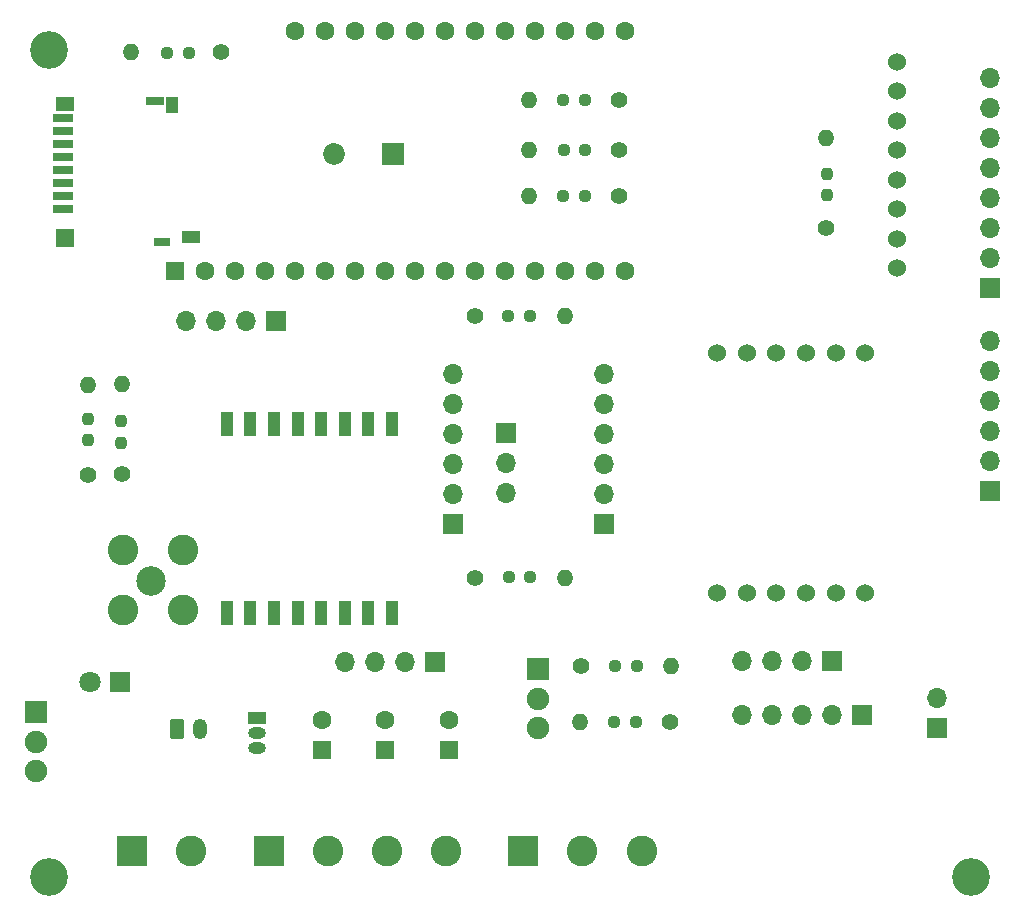
<source format=gbr>
%TF.GenerationSoftware,KiCad,Pcbnew,6.0.11-2627ca5db0~126~ubuntu22.04.1*%
%TF.CreationDate,2023-07-24T22:42:18-04:00*%
%TF.ProjectId,sweet-p,73776565-742d-4702-9e6b-696361645f70,rev?*%
%TF.SameCoordinates,Original*%
%TF.FileFunction,Soldermask,Top*%
%TF.FilePolarity,Negative*%
%FSLAX46Y46*%
G04 Gerber Fmt 4.6, Leading zero omitted, Abs format (unit mm)*
G04 Created by KiCad (PCBNEW 6.0.11-2627ca5db0~126~ubuntu22.04.1) date 2023-07-24 22:42:18*
%MOMM*%
%LPD*%
G01*
G04 APERTURE LIST*
G04 Aperture macros list*
%AMRoundRect*
0 Rectangle with rounded corners*
0 $1 Rounding radius*
0 $2 $3 $4 $5 $6 $7 $8 $9 X,Y pos of 4 corners*
0 Add a 4 corners polygon primitive as box body*
4,1,4,$2,$3,$4,$5,$6,$7,$8,$9,$2,$3,0*
0 Add four circle primitives for the rounded corners*
1,1,$1+$1,$2,$3*
1,1,$1+$1,$4,$5*
1,1,$1+$1,$6,$7*
1,1,$1+$1,$8,$9*
0 Add four rect primitives between the rounded corners*
20,1,$1+$1,$2,$3,$4,$5,0*
20,1,$1+$1,$4,$5,$6,$7,0*
20,1,$1+$1,$6,$7,$8,$9,0*
20,1,$1+$1,$8,$9,$2,$3,0*%
G04 Aperture macros list end*
%ADD10R,1.700000X1.700000*%
%ADD11O,1.700000X1.700000*%
%ADD12R,2.600000X2.600000*%
%ADD13C,2.600000*%
%ADD14RoundRect,0.250000X-0.350000X-0.625000X0.350000X-0.625000X0.350000X0.625000X-0.350000X0.625000X0*%
%ADD15O,1.200000X1.750000*%
%ADD16R,1.750000X0.700000*%
%ADD17R,1.500000X1.300000*%
%ADD18R,1.500000X0.800000*%
%ADD19R,1.400000X0.800000*%
%ADD20R,1.500000X1.500000*%
%ADD21R,1.550000X1.000000*%
%ADD22R,1.000000X1.450000*%
%ADD23C,3.200000*%
%ADD24R,1.900000X1.900000*%
%ADD25C,1.900000*%
%ADD26C,1.400000*%
%ADD27O,1.400000X1.400000*%
%ADD28C,1.800000*%
%ADD29R,1.800000X1.800000*%
%ADD30C,1.524000*%
%ADD31RoundRect,0.237500X-0.250000X-0.237500X0.250000X-0.237500X0.250000X0.237500X-0.250000X0.237500X0*%
%ADD32O,1.500000X1.000000*%
%ADD33R,1.500000X1.000000*%
%ADD34RoundRect,0.237500X0.237500X-0.250000X0.237500X0.250000X-0.237500X0.250000X-0.237500X-0.250000X0*%
%ADD35C,2.500000*%
%ADD36R,1.600000X1.600000*%
%ADD37C,1.600000*%
%ADD38R,1.000000X2.000000*%
%ADD39R,1.850000X1.850000*%
%ADD40C,1.850000*%
%ADD41RoundRect,0.237500X0.250000X0.237500X-0.250000X0.237500X-0.250000X-0.237500X0.250000X-0.237500X0*%
G04 APERTURE END LIST*
D10*
%TO.C,J3*%
X95350000Y-76200000D03*
D11*
X92810000Y-76200000D03*
X90270000Y-76200000D03*
X87730000Y-76200000D03*
%TD*%
D12*
%TO.C,J5*%
X69225000Y-92225000D03*
D13*
X74225000Y-92225000D03*
X79225000Y-92225000D03*
%TD*%
D11*
%TO.C,J4*%
X54105000Y-76225000D03*
X56645000Y-76225000D03*
X59185000Y-76225000D03*
D10*
X61725000Y-76225000D03*
%TD*%
D14*
%TO.C,J1*%
X39875000Y-81900000D03*
D15*
X41875000Y-81900000D03*
%TD*%
D12*
%TO.C,J2*%
X36075000Y-92225000D03*
D13*
X41075000Y-92225000D03*
%TD*%
D10*
%TO.C,J6*%
X108725000Y-44550000D03*
D11*
X108725000Y-42010000D03*
X108725000Y-39470000D03*
X108725000Y-36930000D03*
X108725000Y-34390000D03*
X108725000Y-31850000D03*
X108725000Y-29310000D03*
X108725000Y-26770000D03*
%TD*%
D10*
%TO.C,J7*%
X67737500Y-56900000D03*
D11*
X67737500Y-59440000D03*
X67737500Y-61980000D03*
%TD*%
D10*
%TO.C,J8*%
X108725000Y-61750000D03*
D11*
X108725000Y-59210000D03*
X108725000Y-56670000D03*
X108725000Y-54130000D03*
X108725000Y-51590000D03*
X108725000Y-49050000D03*
%TD*%
D12*
%TO.C,J9*%
X47650000Y-92225000D03*
D13*
X52650000Y-92225000D03*
X57650000Y-92225000D03*
X62650000Y-92225000D03*
%TD*%
D16*
%TO.C,J10*%
X30275000Y-37900000D03*
X30275000Y-36800000D03*
X30275000Y-35700000D03*
X30275000Y-34600000D03*
X30275000Y-33500000D03*
X30275000Y-32400000D03*
X30275000Y-31300000D03*
X30275000Y-30200000D03*
D17*
X30400000Y-29000000D03*
D18*
X38000000Y-28750000D03*
D19*
X38650000Y-40700000D03*
D20*
X30400000Y-40350000D03*
D21*
X41075000Y-40300000D03*
D22*
X39500000Y-29075000D03*
%TD*%
D10*
%TO.C,JP3*%
X104225000Y-81850000D03*
D11*
X104225000Y-79310000D03*
%TD*%
D23*
%TO.C,H2*%
X29100000Y-94475000D03*
%TD*%
D24*
%TO.C,S2*%
X27925000Y-80500000D03*
D25*
X27925000Y-83000000D03*
X27925000Y-85500000D03*
%TD*%
D26*
%TO.C,R15*%
X65150000Y-46950000D03*
D27*
X72770000Y-46950000D03*
%TD*%
D11*
%TO.C,U1*%
X87740000Y-80700000D03*
X90280000Y-80700000D03*
X92820000Y-80700000D03*
X95360000Y-80700000D03*
D10*
X97900000Y-80700000D03*
%TD*%
D27*
%TO.C,R19*%
X32375000Y-52780000D03*
D26*
X32375000Y-60400000D03*
%TD*%
D28*
%TO.C,D1*%
X32560000Y-77950000D03*
D29*
X35100000Y-77950000D03*
%TD*%
D30*
%TO.C,U6*%
X85650000Y-50112500D03*
X88150000Y-50112500D03*
X90650000Y-50112500D03*
X93150000Y-50112500D03*
X95650000Y-50112500D03*
X98150000Y-50112500D03*
X98150000Y-70432500D03*
X95650000Y-70432500D03*
X93150000Y-70432500D03*
X90650000Y-70432500D03*
X88150000Y-70432500D03*
X85650000Y-70432500D03*
%TD*%
D26*
%TO.C,R4*%
X81605000Y-81300000D03*
D27*
X73985000Y-81300000D03*
%TD*%
D31*
%TO.C,R16*%
X67937500Y-47000000D03*
X69762500Y-47000000D03*
%TD*%
D32*
%TO.C,U2*%
X46675000Y-83515000D03*
X46675000Y-82245000D03*
D33*
X46675000Y-80975000D03*
%TD*%
D26*
%TO.C,R2*%
X74100000Y-76625000D03*
D27*
X81720000Y-76625000D03*
%TD*%
%TO.C,R17*%
X35225000Y-52745000D03*
D26*
X35225000Y-60365000D03*
%TD*%
D34*
%TO.C,R21*%
X94925000Y-36747500D03*
X94925000Y-34922500D03*
%TD*%
D31*
%TO.C,R14*%
X69825000Y-69075000D03*
X68000000Y-69075000D03*
%TD*%
D34*
%TO.C,R18*%
X35175000Y-57677500D03*
X35175000Y-55852500D03*
%TD*%
D26*
%TO.C,R5*%
X77295000Y-28650000D03*
D27*
X69675000Y-28650000D03*
%TD*%
D23*
%TO.C,H1*%
X107100000Y-94475000D03*
%TD*%
D13*
%TO.C,AE1*%
X40365000Y-71890000D03*
X40365000Y-66810000D03*
X35285000Y-71890000D03*
X35285000Y-66810000D03*
D35*
X37725000Y-69425000D03*
%TD*%
D34*
%TO.C,R20*%
X32375000Y-57462500D03*
X32375000Y-55637500D03*
%TD*%
D23*
%TO.C,H3*%
X29100000Y-24475000D03*
%TD*%
D30*
%TO.C,U7*%
X100885000Y-42925000D03*
X100885000Y-40425000D03*
X100885000Y-37925000D03*
X100885000Y-35425000D03*
X100885000Y-32925000D03*
X100885000Y-30425000D03*
X100885000Y-27925000D03*
X100885000Y-25425000D03*
%TD*%
D36*
%TO.C,C3*%
X52146666Y-83678856D03*
D37*
X52146666Y-81178856D03*
%TD*%
D38*
%TO.C,U5*%
X58100000Y-56125000D03*
X56100000Y-56125000D03*
X54100000Y-56125000D03*
X52100000Y-56125000D03*
X50100000Y-56125000D03*
X48100000Y-56125000D03*
X46100000Y-56125000D03*
X44100000Y-56125000D03*
X44100000Y-72125000D03*
X46100000Y-72125000D03*
X48100000Y-72125000D03*
X50100000Y-72125000D03*
X52100000Y-72125000D03*
X54100000Y-72125000D03*
X56100000Y-72125000D03*
X58100000Y-72125000D03*
%TD*%
D39*
%TO.C,BZ1*%
X58175000Y-33225000D03*
D40*
X53175000Y-33225000D03*
%TD*%
D26*
%TO.C,R13*%
X65102500Y-69125000D03*
D27*
X72722500Y-69125000D03*
%TD*%
D31*
%TO.C,R1*%
X76997500Y-76625000D03*
X78822500Y-76625000D03*
%TD*%
D11*
%TO.C,U3*%
X63272500Y-51880000D03*
X63272500Y-54420000D03*
X63272500Y-56960000D03*
X63272500Y-59500000D03*
X63272500Y-62040000D03*
D10*
X63272500Y-64580000D03*
D11*
X76012500Y-51897500D03*
X76012500Y-54437500D03*
X76012500Y-56977500D03*
X76012500Y-59517500D03*
X76012500Y-62057500D03*
D10*
X76012500Y-64597500D03*
%TD*%
D26*
%TO.C,R7*%
X43660000Y-24625000D03*
D27*
X36040000Y-24625000D03*
%TD*%
D26*
%TO.C,R12*%
X77350000Y-36825000D03*
D27*
X69730000Y-36825000D03*
%TD*%
D26*
%TO.C,R22*%
X94875000Y-39535000D03*
D27*
X94875000Y-31915000D03*
%TD*%
D41*
%TO.C,R6*%
X74397500Y-28650000D03*
X72572500Y-28650000D03*
%TD*%
D36*
%TO.C,C2*%
X57535833Y-83678856D03*
D37*
X57535833Y-81178856D03*
%TD*%
D26*
%TO.C,R9*%
X77360000Y-32875000D03*
D27*
X69740000Y-32875000D03*
%TD*%
D41*
%TO.C,R10*%
X74462500Y-32875000D03*
X72637500Y-32875000D03*
%TD*%
D31*
%TO.C,R3*%
X76895000Y-81300000D03*
X78720000Y-81300000D03*
%TD*%
D24*
%TO.C,S1*%
X70450000Y-76870000D03*
D25*
X70450000Y-79370000D03*
X70450000Y-81870000D03*
%TD*%
D41*
%TO.C,R8*%
X40872500Y-24725000D03*
X39047500Y-24725000D03*
%TD*%
%TO.C,R11*%
X74417500Y-36825000D03*
X72592500Y-36825000D03*
%TD*%
D10*
%TO.C,U4*%
X48275000Y-47375000D03*
D11*
X45735000Y-47375000D03*
X43195000Y-47375000D03*
X40655000Y-47375000D03*
%TD*%
D36*
%TO.C,C1*%
X62925000Y-83678856D03*
D37*
X62925000Y-81178856D03*
%TD*%
%TO.C,A1*%
X49910000Y-22807500D03*
X52450000Y-22807500D03*
X54990000Y-22807500D03*
X57530000Y-22807500D03*
X60070000Y-22807500D03*
X62610000Y-22807500D03*
X65150000Y-22807500D03*
X67690000Y-22807500D03*
X70230000Y-22807500D03*
X72770000Y-22807500D03*
X75310000Y-22807500D03*
X77850000Y-22807500D03*
X77850000Y-43127500D03*
X75310000Y-43127500D03*
X72770000Y-43127500D03*
X70230000Y-43127500D03*
X67690000Y-43127500D03*
X65150000Y-43127500D03*
X62610000Y-43127500D03*
X60070000Y-43127500D03*
X57530000Y-43127500D03*
X54990000Y-43127500D03*
X52450000Y-43127500D03*
X49910000Y-43127500D03*
X47370000Y-43127500D03*
X44830000Y-43127500D03*
X42290000Y-43127500D03*
D36*
X39750000Y-43127500D03*
%TD*%
M02*

</source>
